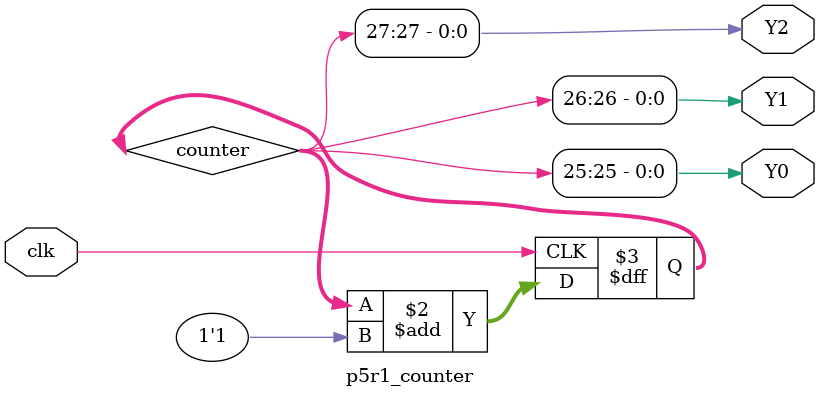
<source format=v>
`timescale 1ns / 1ps


module p5r1_counter(
    input clk,
	output Y2, Y1, Y0
);

    reg [27:0] counter;

    always @ (posedge clk)
    begin
        counter <= counter + 1'b1;
    end

    
    assign Y2 = counter[27];
    assign Y1 = counter[26];
    assign Y0 = counter[25];


endmodule

</source>
